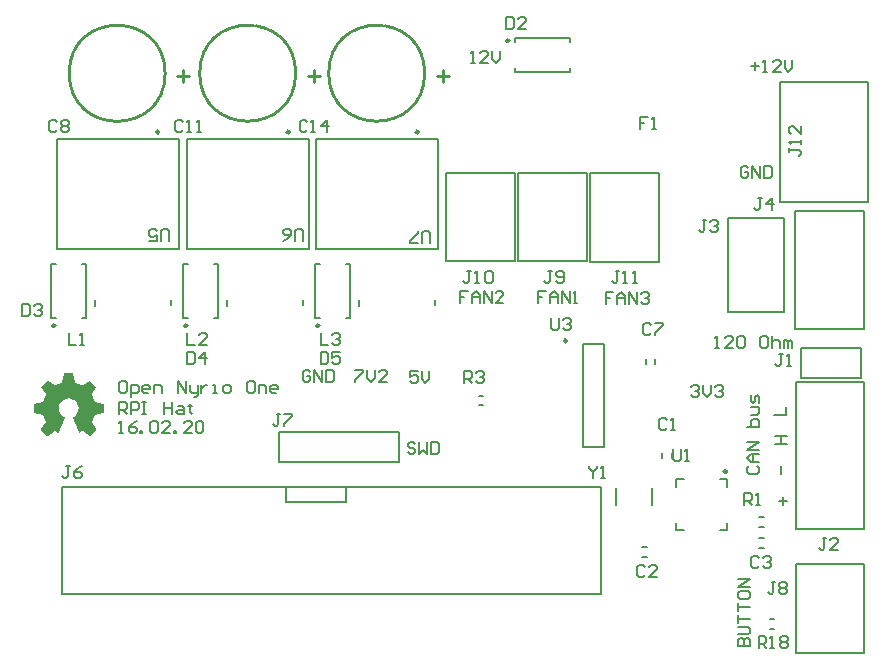
<source format=gto>
%FSLAX25Y25*%
%MOIN*%
G70*
G01*
G75*
G04 Layer_Color=65535*
%ADD10C,0.00787*%
%ADD11C,0.01575*%
%ADD12C,0.02756*%
%ADD13C,0.03150*%
%ADD14C,0.01969*%
%ADD15C,0.01181*%
%ADD16C,0.03937*%
%ADD17C,0.02362*%
%ADD18C,0.05906*%
%ADD19R,0.03937X0.03937*%
%ADD20O,0.08661X0.02362*%
%ADD21C,0.03937*%
%ADD22R,0.09449X0.06693*%
%ADD23R,0.15748X0.06299*%
%ADD24R,0.07874X0.05512*%
%ADD25R,0.05512X0.07874*%
%ADD26R,0.01181X0.02874*%
%ADD27R,0.02874X0.01181*%
%ADD28R,0.09843X0.09843*%
%ADD29C,0.05906*%
%ADD30R,0.05118X0.05118*%
%ADD31C,0.05118*%
%ADD32R,0.06890X0.06890*%
%ADD33C,0.06890*%
%ADD34C,0.06102*%
%ADD35R,0.06102X0.06102*%
%ADD36R,0.06102X0.06102*%
%ADD37R,0.06102X0.06000*%
%ADD38C,0.19685*%
%ADD39R,0.08071X0.08071*%
%ADD40C,0.08071*%
%ADD41C,0.02756*%
%ADD42C,0.02362*%
%ADD43R,0.10039X0.11614*%
%ADD44R,0.03937X0.03937*%
%ADD45R,0.08976X0.07480*%
%ADD46R,0.02362X0.05512*%
%ADD47R,0.08583X0.06378*%
%ADD48O,0.07008X0.02362*%
%ADD49R,0.07087X0.05906*%
%ADD50C,0.01000*%
%ADD51C,0.00984*%
%ADD52C,0.00591*%
G36*
X32079Y102903D02*
X32115Y102817D01*
X32112Y102816D01*
X32647Y100029D01*
X32682Y99943D01*
X32739Y99919D01*
X35074Y98952D01*
X35131Y98929D01*
X35217Y98964D01*
X35215Y98967D01*
X37564Y100560D01*
X37650Y100595D01*
X37765Y100548D01*
X37756Y100539D01*
X39773Y98539D01*
X39821Y98425D01*
X39785Y98339D01*
X39783Y98340D01*
X38190Y95991D01*
X38154Y95906D01*
X38178Y95848D01*
X39145Y93514D01*
X39169Y93457D01*
X39254Y93421D01*
X39255Y93424D01*
X42042Y92889D01*
X42128Y92854D01*
X42176Y92739D01*
X42164D01*
X42176Y89899D01*
Y89899D01*
X42128Y89784D01*
X42042Y89748D01*
X42042Y89751D01*
X39254Y89217D01*
X39169Y89181D01*
X39145Y89124D01*
X39145D01*
X38178Y86790D01*
X38154Y86732D01*
X38190Y86646D01*
X38192Y86648D01*
X39785Y84299D01*
X39821Y84213D01*
X39773Y84099D01*
X39765Y84107D01*
X37765Y82090D01*
X37650Y82042D01*
X37564Y82078D01*
X37566Y82081D01*
X35217Y83674D01*
X35131Y83709D01*
X35074Y83685D01*
X34005Y83243D01*
X33947Y83219D01*
X33833Y83266D01*
X33809Y83324D01*
X31841Y88144D01*
X31817Y88201D01*
X31865Y88316D01*
X31917Y88337D01*
X31918Y88335D01*
X32200Y88452D01*
X32886Y88978D01*
X33412Y89663D01*
X33742Y90462D01*
X33855Y91319D01*
X33742Y92176D01*
X33412Y92974D01*
X32886Y93660D01*
X32200Y94186D01*
X31401Y94517D01*
X30544Y94630D01*
X29688Y94517D01*
X28889Y94186D01*
X28203Y93660D01*
X27677Y92974D01*
X27346Y92176D01*
X27234Y91319D01*
X27346Y90462D01*
X27677Y89663D01*
X28203Y88978D01*
X28889Y88452D01*
X29171Y88335D01*
X29172Y88337D01*
X29224Y88316D01*
X29272Y88201D01*
X29248Y88144D01*
X27280Y83324D01*
X27256Y83266D01*
X27141Y83219D01*
X27084Y83243D01*
X26015Y83685D01*
X25958Y83709D01*
X25872Y83674D01*
X25874Y83671D01*
X23525Y82078D01*
X23439Y82042D01*
X23324Y82090D01*
X23333Y82099D01*
X21316Y84099D01*
X21268Y84213D01*
X21304Y84299D01*
X21306Y84297D01*
X22899Y86646D01*
X22935Y86732D01*
X22911Y86790D01*
X21944Y89124D01*
X21920Y89181D01*
X21834Y89217D01*
X21834Y89214D01*
X19046Y89748D01*
X18960Y89784D01*
X18913Y89899D01*
X18925D01*
X18913Y92739D01*
X18960Y92854D01*
X19046Y92889D01*
X19047Y92886D01*
X21834Y93421D01*
X21920Y93457D01*
X21944Y93514D01*
X21944D01*
X22911Y95848D01*
X22935Y95906D01*
X22899Y95991D01*
X22896Y95990D01*
X21304Y98339D01*
X21268Y98425D01*
X21316Y98539D01*
X21324Y98531D01*
X23324Y100548D01*
X23439Y100595D01*
X23525Y100560D01*
X23523Y100557D01*
X25872Y98964D01*
X25958Y98929D01*
X26015Y98952D01*
X28349Y99919D01*
X28407Y99943D01*
X28442Y100029D01*
X28439Y100030D01*
X28974Y102817D01*
X29009Y102903D01*
X29124Y102950D01*
X29124D01*
Y102938D01*
X31965Y102950D01*
X31965D01*
X32079Y102903D01*
D02*
G37*
D10*
X250291Y123378D02*
X268992D01*
X250291D02*
Y154677D01*
X268992D01*
Y123378D02*
Y154677D01*
X264300Y17900D02*
X265700D01*
X264300Y21100D02*
X265700D01*
X140500Y73500D02*
Y83500D01*
X100500Y73500D02*
X140500D01*
X100500D02*
Y83500D01*
X140500D01*
X167300Y92400D02*
X168700D01*
X167300Y95600D02*
X168700D01*
X201957Y78374D02*
Y112626D01*
X209043Y78374D02*
Y112626D01*
X201957D02*
X209043D01*
X201957Y78374D02*
X209043D01*
X222925Y106213D02*
Y107787D01*
X226075Y106213D02*
Y107787D01*
X224905Y59244D02*
Y64756D01*
X213094Y59244D02*
Y64756D01*
X260713Y48075D02*
X262287D01*
X260713Y44925D02*
X262287D01*
X221713Y41925D02*
X223287D01*
X221713Y45075D02*
X223287D01*
X127205Y125516D02*
Y127287D01*
X152795Y125713D02*
Y127484D01*
X83205Y125516D02*
Y127287D01*
X108795Y125713D02*
Y127484D01*
X39205Y125516D02*
Y127287D01*
X64795Y125713D02*
Y127484D01*
X272500Y117657D02*
Y157158D01*
X295500D01*
Y117657D02*
Y157158D01*
X272500Y117657D02*
X295500D01*
X231575Y74713D02*
Y76287D01*
X228425Y74713D02*
Y76287D01*
X260800Y55100D02*
X262200D01*
X260800Y51900D02*
X262200D01*
X123118Y60106D02*
Y64811D01*
X103118Y60106D02*
X123118D01*
X103118D02*
Y64811D01*
X28157Y29378D02*
Y65205D01*
X208079Y29378D02*
Y65205D01*
X28157Y29378D02*
X208079D01*
X28157Y65205D02*
X208079D01*
X197555Y203291D02*
Y204669D01*
X179445Y203291D02*
Y204669D01*
X197555Y213331D02*
Y214709D01*
X179445Y213331D02*
Y214709D01*
Y203291D02*
X197555D01*
X179445Y214709D02*
X197555D01*
X272839Y9815D02*
X295673D01*
X272839D02*
Y39342D01*
X295673D01*
Y9815D02*
Y39342D01*
X295779Y50972D02*
Y100185D01*
X272945D02*
X295779D01*
X272945Y50972D02*
Y100185D01*
Y50972D02*
X295779D01*
X34831Y139555D02*
X36209D01*
X34831Y121445D02*
X36209D01*
X24791Y139555D02*
X26169D01*
X24791Y121445D02*
X26169D01*
X36209D02*
Y139555D01*
X24791Y121445D02*
Y139555D01*
X78831D02*
X80209D01*
X78831Y121445D02*
X80209D01*
X68791Y139555D02*
X70169D01*
X68791Y121445D02*
X70169D01*
X80209D02*
Y139555D01*
X68791Y121445D02*
Y139555D01*
X122831D02*
X124209D01*
X122831Y121445D02*
X124209D01*
X112791Y139555D02*
X114169D01*
X112791Y121445D02*
X114169D01*
X124209D02*
Y139555D01*
X112791Y121445D02*
Y139555D01*
X26614Y181079D02*
X67165D01*
X26614Y144465D02*
Y181079D01*
Y144465D02*
X67165D01*
Y181079D01*
X70114D02*
X110665D01*
X70114Y144465D02*
Y181079D01*
Y144465D02*
X110665D01*
Y181079D01*
X113114D02*
X153665D01*
X113114Y144465D02*
Y181079D01*
Y144465D02*
X153665D01*
Y181079D01*
X267500Y160000D02*
X297000D01*
X267500Y200000D02*
X297000D01*
X267500Y160000D02*
Y200000D01*
X297000Y160000D02*
Y200000D01*
X204327Y169685D02*
X227161D01*
Y140157D02*
Y169685D01*
X204327Y140157D02*
X227161D01*
X204327D02*
Y169685D01*
X180327Y169843D02*
X203161D01*
Y140315D02*
Y169843D01*
X180327Y140315D02*
X203161D01*
X180327D02*
Y169843D01*
X156327D02*
X179161D01*
Y140315D02*
Y169843D01*
X156327Y140315D02*
X179161D01*
X156327D02*
Y169843D01*
X274500Y111500D02*
X294500D01*
X274500Y101500D02*
Y111500D01*
Y101500D02*
X294500D01*
Y111500D01*
D50*
X62693Y203000D02*
G03*
X62693Y203000I-16000J0D01*
G01*
X60685Y183441D02*
G03*
X60685Y183441I-500J0D01*
G01*
X104185D02*
G03*
X104185Y183441I-500J0D01*
G01*
X147185D02*
G03*
X147185Y183441I-500J0D01*
G01*
X106193Y203031D02*
G03*
X106193Y203031I-16000J0D01*
G01*
X149193D02*
G03*
X149193Y203031I-16000J0D01*
G01*
X70693Y202001D02*
X66694D01*
X68694Y200002D02*
Y204000D01*
X114193Y202032D02*
X110194D01*
X112194Y200033D02*
Y204032D01*
X157193Y202032D02*
X153194D01*
X155194Y200033D02*
Y204032D01*
D51*
X196543Y113847D02*
G03*
X196543Y113847I-492J0D01*
G01*
X177378Y213921D02*
G03*
X177378Y213921I-492J0D01*
G01*
X26071Y118886D02*
G03*
X26071Y118886I-492J0D01*
G01*
X70071D02*
G03*
X70071Y118886I-492J0D01*
G01*
X114071D02*
G03*
X114071Y118886I-492J0D01*
G01*
X249929Y70260D02*
G03*
X249929Y70260I-492J0D01*
G01*
D52*
X247567Y67701D02*
X250028D01*
Y65240D02*
Y67701D01*
Y50772D02*
Y53232D01*
X247567Y50772D02*
X250028D01*
X233098D02*
X235559D01*
X233098D02*
Y53232D01*
Y67701D02*
X235559D01*
X233098Y65240D02*
Y67701D01*
X47244Y83000D02*
X48556D01*
X47900D01*
Y86936D01*
X47244Y86280D01*
X53148Y86936D02*
X51836Y86280D01*
X50524Y84968D01*
Y83656D01*
X51180Y83000D01*
X52492D01*
X53148Y83656D01*
Y84312D01*
X52492Y84968D01*
X50524D01*
X54460Y83000D02*
Y83656D01*
X55116D01*
Y83000D01*
X54460D01*
X57739Y86280D02*
X58395Y86936D01*
X59707D01*
X60363Y86280D01*
Y83656D01*
X59707Y83000D01*
X58395D01*
X57739Y83656D01*
Y86280D01*
X64299Y83000D02*
X61675D01*
X64299Y85624D01*
Y86280D01*
X63643Y86936D01*
X62331D01*
X61675Y86280D01*
X65611Y83000D02*
Y83656D01*
X66267D01*
Y83000D01*
X65611D01*
X71514D02*
X68891D01*
X71514Y85624D01*
Y86280D01*
X70859Y86936D01*
X69547D01*
X68891Y86280D01*
X72826D02*
X73482Y86936D01*
X74794D01*
X75450Y86280D01*
Y83656D01*
X74794Y83000D01*
X73482D01*
X72826Y83656D01*
Y86280D01*
X47244Y89500D02*
Y93436D01*
X49212D01*
X49868Y92780D01*
Y91468D01*
X49212Y90812D01*
X47244D01*
X48556D02*
X49868Y89500D01*
X51180D02*
Y93436D01*
X53148D01*
X53804Y92780D01*
Y91468D01*
X53148Y90812D01*
X51180D01*
X55116Y93436D02*
X56428D01*
X55771D01*
Y89500D01*
X55116D01*
X56428D01*
X62331Y93436D02*
Y89500D01*
Y91468D01*
X64955D01*
Y93436D01*
Y89500D01*
X66923Y92124D02*
X68235D01*
X68891Y91468D01*
Y89500D01*
X66923D01*
X66267Y90156D01*
X66923Y90812D01*
X68891D01*
X70859Y92780D02*
Y92124D01*
X70203D01*
X71514D01*
X70859D01*
Y90156D01*
X71514Y89500D01*
X49212Y100436D02*
X47900D01*
X47244Y99780D01*
Y97156D01*
X47900Y96500D01*
X49212D01*
X49868Y97156D01*
Y99780D01*
X49212Y100436D01*
X51180Y95188D02*
Y99124D01*
X53148D01*
X53804Y98468D01*
Y97156D01*
X53148Y96500D01*
X51180D01*
X57083D02*
X55771D01*
X55116Y97156D01*
Y98468D01*
X55771Y99124D01*
X57083D01*
X57739Y98468D01*
Y97812D01*
X55116D01*
X59051Y96500D02*
Y99124D01*
X61019D01*
X61675Y98468D01*
Y96500D01*
X66923D02*
Y100436D01*
X69547Y96500D01*
Y100436D01*
X70859Y99124D02*
Y97156D01*
X71514Y96500D01*
X73482D01*
Y95844D01*
X72826Y95188D01*
X72170D01*
X73482Y96500D02*
Y99124D01*
X74794D02*
Y96500D01*
Y97812D01*
X75450Y98468D01*
X76106Y99124D01*
X76762D01*
X78730Y96500D02*
X80042D01*
X79386D01*
Y99124D01*
X78730D01*
X82666Y96500D02*
X83978D01*
X84634Y97156D01*
Y98468D01*
X83978Y99124D01*
X82666D01*
X82010Y98468D01*
Y97156D01*
X82666Y96500D01*
X91849Y100436D02*
X90537D01*
X89881Y99780D01*
Y97156D01*
X90537Y96500D01*
X91849D01*
X92505Y97156D01*
Y99780D01*
X91849Y100436D01*
X93817Y96500D02*
Y99124D01*
X95785D01*
X96441Y98468D01*
Y96500D01*
X99721D02*
X98409D01*
X97753Y97156D01*
Y98468D01*
X98409Y99124D01*
X99721D01*
X100377Y98468D01*
Y97812D01*
X97753D01*
X164500Y206500D02*
X165812D01*
X165156D01*
Y210436D01*
X164500Y209780D01*
X170404Y206500D02*
X167780D01*
X170404Y209124D01*
Y209780D01*
X169748Y210436D01*
X168436D01*
X167780Y209780D01*
X171715Y210436D02*
Y207812D01*
X173027Y206500D01*
X174339Y207812D01*
Y210436D01*
X253564Y12000D02*
X257500D01*
Y13968D01*
X256844Y14624D01*
X256188D01*
X255532Y13968D01*
Y12000D01*
Y13968D01*
X254876Y14624D01*
X254220D01*
X253564Y13968D01*
Y12000D01*
Y15936D02*
X256844D01*
X257500Y16592D01*
Y17904D01*
X256844Y18560D01*
X253564D01*
Y19872D02*
Y22495D01*
Y21183D01*
X257500D01*
X253564Y23807D02*
Y26431D01*
Y25119D01*
X257500D01*
X253564Y29711D02*
Y28399D01*
X254220Y27743D01*
X256844D01*
X257500Y28399D01*
Y29711D01*
X256844Y30367D01*
X254220D01*
X253564Y29711D01*
X257500Y31679D02*
X253564D01*
X257500Y34302D01*
X253564D01*
X257124Y171280D02*
X256468Y171936D01*
X255156D01*
X254500Y171280D01*
Y168656D01*
X255156Y168000D01*
X256468D01*
X257124Y168656D01*
Y169968D01*
X255812D01*
X258436Y168000D02*
Y171936D01*
X261060Y168000D01*
Y171936D01*
X262371D02*
Y168000D01*
X264339D01*
X264995Y168656D01*
Y171280D01*
X264339Y171936D01*
X262371D01*
X258000Y205468D02*
X260624D01*
X259312Y206780D02*
Y204156D01*
X261936Y203500D02*
X263248D01*
X262592D01*
Y207436D01*
X261936Y206780D01*
X267839Y203500D02*
X265215D01*
X267839Y206124D01*
Y206780D01*
X267183Y207436D01*
X265872D01*
X265215Y206780D01*
X269151Y207436D02*
Y204812D01*
X270463Y203500D01*
X271775Y204812D01*
Y207436D01*
X238000Y98280D02*
X238656Y98936D01*
X239968D01*
X240624Y98280D01*
Y97624D01*
X239968Y96968D01*
X239312D01*
X239968D01*
X240624Y96312D01*
Y95656D01*
X239968Y95000D01*
X238656D01*
X238000Y95656D01*
X241936Y98936D02*
Y96312D01*
X243248Y95000D01*
X244560Y96312D01*
Y98936D01*
X245871Y98280D02*
X246527Y98936D01*
X247839D01*
X248495Y98280D01*
Y97624D01*
X247839Y96968D01*
X247183D01*
X247839D01*
X248495Y96312D01*
Y95656D01*
X247839Y95000D01*
X246527D01*
X245871Y95656D01*
X246000Y111500D02*
X247312D01*
X246656D01*
Y115436D01*
X246000Y114780D01*
X251904Y111500D02*
X249280D01*
X251904Y114124D01*
Y114780D01*
X251248Y115436D01*
X249936D01*
X249280Y114780D01*
X253216D02*
X253871Y115436D01*
X255183D01*
X255839Y114780D01*
Y112156D01*
X255183Y111500D01*
X253871D01*
X253216Y112156D01*
Y114780D01*
X263055Y115436D02*
X261743D01*
X261087Y114780D01*
Y112156D01*
X261743Y111500D01*
X263055D01*
X263711Y112156D01*
Y114780D01*
X263055Y115436D01*
X265023D02*
Y111500D01*
Y113468D01*
X265679Y114124D01*
X266991D01*
X267647Y113468D01*
Y111500D01*
X268958D02*
Y114124D01*
X269614D01*
X270270Y113468D01*
Y111500D01*
Y113468D01*
X270926Y114124D01*
X271582Y113468D01*
Y111500D01*
X265564Y89000D02*
X269500D01*
Y91624D01*
X266064Y79500D02*
X270000D01*
X268032D01*
Y82124D01*
X266064D01*
X270000D01*
X268032Y69500D02*
Y72124D01*
X268532Y59000D02*
Y61624D01*
X267220Y60312D02*
X269844D01*
X257220Y72124D02*
X256564Y71468D01*
Y70156D01*
X257220Y69500D01*
X259844D01*
X260500Y70156D01*
Y71468D01*
X259844Y72124D01*
X260500Y73436D02*
X257876D01*
X256564Y74748D01*
X257876Y76060D01*
X260500D01*
X258532D01*
Y73436D01*
X260500Y77372D02*
X256564D01*
X260500Y79995D01*
X256564D01*
Y85243D02*
X260500D01*
Y87211D01*
X259844Y87867D01*
X259188D01*
X258532D01*
X257876Y87211D01*
Y85243D01*
Y89179D02*
X259844D01*
X260500Y89835D01*
Y91803D01*
X257876D01*
X260500Y93114D02*
Y95082D01*
X259844Y95738D01*
X259188Y95082D01*
Y93770D01*
X258532Y93114D01*
X257876Y93770D01*
Y95738D01*
X212124Y129936D02*
X209500D01*
Y127968D01*
X210812D01*
X209500D01*
Y126000D01*
X213436D02*
Y128624D01*
X214748Y129936D01*
X216060Y128624D01*
Y126000D01*
Y127968D01*
X213436D01*
X217372Y126000D02*
Y129936D01*
X219995Y126000D01*
Y129936D01*
X221307Y129280D02*
X221963Y129936D01*
X223275D01*
X223931Y129280D01*
Y128624D01*
X223275Y127968D01*
X222619D01*
X223275D01*
X223931Y127312D01*
Y126656D01*
X223275Y126000D01*
X221963D01*
X221307Y126656D01*
X163624Y130436D02*
X161000D01*
Y128468D01*
X162312D01*
X161000D01*
Y126500D01*
X164936D02*
Y129124D01*
X166248Y130436D01*
X167560Y129124D01*
Y126500D01*
Y128468D01*
X164936D01*
X168871Y126500D02*
Y130436D01*
X171495Y126500D01*
Y130436D01*
X175431Y126500D02*
X172807D01*
X175431Y129124D01*
Y129780D01*
X174775Y130436D01*
X173463D01*
X172807Y129780D01*
X189624Y130436D02*
X187000D01*
Y128468D01*
X188312D01*
X187000D01*
Y126500D01*
X190936D02*
Y129124D01*
X192248Y130436D01*
X193560Y129124D01*
Y126500D01*
Y128468D01*
X190936D01*
X194871Y126500D02*
Y130436D01*
X197495Y126500D01*
Y130436D01*
X198807Y126500D02*
X200119D01*
X199463D01*
Y130436D01*
X198807Y129780D01*
X146124Y79280D02*
X145468Y79936D01*
X144156D01*
X143500Y79280D01*
Y78624D01*
X144156Y77968D01*
X145468D01*
X146124Y77312D01*
Y76656D01*
X145468Y76000D01*
X144156D01*
X143500Y76656D01*
X147436Y79936D02*
Y76000D01*
X148748Y77312D01*
X150060Y76000D01*
Y79936D01*
X151372D02*
Y76000D01*
X153339D01*
X153995Y76656D01*
Y79280D01*
X153339Y79936D01*
X151372D01*
X146824Y103836D02*
X144200D01*
Y101868D01*
X145512Y102524D01*
X146168D01*
X146824Y101868D01*
Y100556D01*
X146168Y99900D01*
X144856D01*
X144200Y100556D01*
X148136Y103836D02*
Y101212D01*
X149448Y99900D01*
X150760Y101212D01*
Y103836D01*
X126000Y103936D02*
X128624D01*
Y103280D01*
X126000Y100656D01*
Y100000D01*
X129936Y103936D02*
Y101312D01*
X131248Y100000D01*
X132560Y101312D01*
Y103936D01*
X136495Y100000D02*
X133871D01*
X136495Y102624D01*
Y103280D01*
X135839Y103936D01*
X134527D01*
X133871Y103280D01*
X260667Y41280D02*
X260011Y41936D01*
X258699D01*
X258043Y41280D01*
Y38656D01*
X258699Y38000D01*
X260011D01*
X260667Y38656D01*
X261979Y41280D02*
X262635Y41936D01*
X263947D01*
X264603Y41280D01*
Y40624D01*
X263947Y39968D01*
X263291D01*
X263947D01*
X264603Y39312D01*
Y38656D01*
X263947Y38000D01*
X262635D01*
X261979Y38656D01*
X230075Y87525D02*
X229419Y88181D01*
X228107D01*
X227451Y87525D01*
Y84901D01*
X228107Y84245D01*
X229419D01*
X230075Y84901D01*
X231387Y84245D02*
X232699D01*
X232043D01*
Y88181D01*
X231387Y87525D01*
X222624Y38280D02*
X221968Y38936D01*
X220656D01*
X220000Y38280D01*
Y35656D01*
X220656Y35000D01*
X221968D01*
X222624Y35656D01*
X226560Y35000D02*
X223936D01*
X226560Y37624D01*
Y38280D01*
X225904Y38936D01*
X224592D01*
X223936Y38280D01*
X224575Y119068D02*
X223919Y119724D01*
X222607D01*
X221951Y119068D01*
Y116444D01*
X222607Y115788D01*
X223919D01*
X224575Y116444D01*
X225887Y119724D02*
X228511D01*
Y119068D01*
X225887Y116444D01*
Y115788D01*
X26624Y186780D02*
X25968Y187436D01*
X24656D01*
X24000Y186780D01*
Y184156D01*
X24656Y183500D01*
X25968D01*
X26624Y184156D01*
X27936Y186780D02*
X28592Y187436D01*
X29904D01*
X30560Y186780D01*
Y186124D01*
X29904Y185468D01*
X30560Y184812D01*
Y184156D01*
X29904Y183500D01*
X28592D01*
X27936Y184156D01*
Y184812D01*
X28592Y185468D01*
X27936Y186124D01*
Y186780D01*
X28592Y185468D02*
X29904D01*
X68624Y186780D02*
X67968Y187436D01*
X66656D01*
X66000Y186780D01*
Y184156D01*
X66656Y183500D01*
X67968D01*
X68624Y184156D01*
X69936Y183500D02*
X71248D01*
X70592D01*
Y187436D01*
X69936Y186780D01*
X73216Y183500D02*
X74527D01*
X73871D01*
Y187436D01*
X73216Y186780D01*
X110124D02*
X109468Y187436D01*
X108156D01*
X107500Y186780D01*
Y184156D01*
X108156Y183500D01*
X109468D01*
X110124Y184156D01*
X111436Y183500D02*
X112748D01*
X112092D01*
Y187436D01*
X111436Y186780D01*
X116683Y183500D02*
Y187436D01*
X114716Y185468D01*
X117339D01*
X176451Y221780D02*
Y217845D01*
X178419D01*
X179075Y218501D01*
Y221125D01*
X178419Y221780D01*
X176451D01*
X183011Y217845D02*
X180387D01*
X183011Y220469D01*
Y221125D01*
X182355Y221780D01*
X181043D01*
X180387Y221125D01*
X15000Y125936D02*
Y122000D01*
X16968D01*
X17624Y122656D01*
Y125280D01*
X16968Y125936D01*
X15000D01*
X18936Y125280D02*
X19592Y125936D01*
X20904D01*
X21560Y125280D01*
Y124624D01*
X20904Y123968D01*
X20248D01*
X20904D01*
X21560Y123312D01*
Y122656D01*
X20904Y122000D01*
X19592D01*
X18936Y122656D01*
X70000Y109936D02*
Y106000D01*
X71968D01*
X72624Y106656D01*
Y109280D01*
X71968Y109936D01*
X70000D01*
X75904Y106000D02*
Y109936D01*
X73936Y107968D01*
X76560D01*
X114500Y109936D02*
Y106000D01*
X116468D01*
X117124Y106656D01*
Y109280D01*
X116468Y109936D01*
X114500D01*
X121060D02*
X118436D01*
Y107968D01*
X119748Y108624D01*
X120404D01*
X121060Y107968D01*
Y106656D01*
X120404Y106000D01*
X119092D01*
X118436Y106656D01*
X223624Y188436D02*
X221000D01*
Y186468D01*
X222312D01*
X221000D01*
Y184500D01*
X224936D02*
X226248D01*
X225592D01*
Y188436D01*
X224936Y187780D01*
X111124Y103280D02*
X110468Y103936D01*
X109156D01*
X108500Y103280D01*
Y100656D01*
X109156Y100000D01*
X110468D01*
X111124Y100656D01*
Y101968D01*
X109812D01*
X112436Y100000D02*
Y103936D01*
X115060Y100000D01*
Y103936D01*
X116372D02*
Y100000D01*
X118339D01*
X118995Y100656D01*
Y103280D01*
X118339Y103936D01*
X116372D01*
X268624Y109436D02*
X267312D01*
X267968D01*
Y106156D01*
X267312Y105500D01*
X266656D01*
X266000Y106156D01*
X269936Y105500D02*
X271248D01*
X270592D01*
Y109436D01*
X269936Y108780D01*
X283124Y47936D02*
X281812D01*
X282468D01*
Y44656D01*
X281812Y44000D01*
X281156D01*
X280500Y44656D01*
X287060Y44000D02*
X284436D01*
X287060Y46624D01*
Y47280D01*
X286404Y47936D01*
X285092D01*
X284436Y47280D01*
X243124Y153936D02*
X241812D01*
X242468D01*
Y150656D01*
X241812Y150000D01*
X241156D01*
X240500Y150656D01*
X244436Y153280D02*
X245092Y153936D01*
X246404D01*
X247060Y153280D01*
Y152624D01*
X246404Y151968D01*
X245748D01*
X246404D01*
X247060Y151312D01*
Y150656D01*
X246404Y150000D01*
X245092D01*
X244436Y150656D01*
X261624Y161436D02*
X260312D01*
X260968D01*
Y158156D01*
X260312Y157500D01*
X259656D01*
X259000Y158156D01*
X264904Y157500D02*
Y161436D01*
X262936Y159468D01*
X265560D01*
X191624Y136936D02*
X190312D01*
X190968D01*
Y133656D01*
X190312Y133000D01*
X189656D01*
X189000Y133656D01*
X192936D02*
X193592Y133000D01*
X194904D01*
X195560Y133656D01*
Y136280D01*
X194904Y136936D01*
X193592D01*
X192936Y136280D01*
Y135624D01*
X193592Y134968D01*
X195560D01*
X214124Y136936D02*
X212812D01*
X213468D01*
Y133656D01*
X212812Y133000D01*
X212156D01*
X211500Y133656D01*
X215436Y133000D02*
X216748D01*
X216092D01*
Y136936D01*
X215436Y136280D01*
X218716Y133000D02*
X220027D01*
X219372D01*
Y136936D01*
X218716Y136280D01*
X30975Y72080D02*
X29663D01*
X30319D01*
Y68801D01*
X29663Y68145D01*
X29007D01*
X28351Y68801D01*
X34911Y72080D02*
X33599Y71425D01*
X32287Y70113D01*
Y68801D01*
X32943Y68145D01*
X34255D01*
X34911Y68801D01*
Y69457D01*
X34255Y70113D01*
X32287D01*
X266124Y33436D02*
X264812D01*
X265468D01*
Y30156D01*
X264812Y29500D01*
X264156D01*
X263500Y30156D01*
X267436Y32780D02*
X268092Y33436D01*
X269404D01*
X270060Y32780D01*
Y32124D01*
X269404Y31468D01*
X270060Y30812D01*
Y30156D01*
X269404Y29500D01*
X268092D01*
X267436Y30156D01*
Y30812D01*
X268092Y31468D01*
X267436Y32124D01*
Y32780D01*
X268092Y31468D02*
X269404D01*
X270564Y178124D02*
Y176812D01*
Y177468D01*
X273844D01*
X274500Y176812D01*
Y176156D01*
X273844Y175500D01*
X274500Y179436D02*
Y180748D01*
Y180092D01*
X270564D01*
X271220Y179436D01*
X274500Y185339D02*
Y182715D01*
X271876Y185339D01*
X271220D01*
X270564Y184683D01*
Y183371D01*
X271220Y182715D01*
X30500Y116436D02*
Y112500D01*
X33124D01*
X34436D02*
X35748D01*
X35092D01*
Y116436D01*
X34436Y115780D01*
X70000Y116436D02*
Y112500D01*
X72624D01*
X76560D02*
X73936D01*
X76560Y115124D01*
Y115780D01*
X75904Y116436D01*
X74592D01*
X73936Y115780D01*
X114500Y116436D02*
Y112500D01*
X117124D01*
X118436Y115780D02*
X119092Y116436D01*
X120404D01*
X121060Y115780D01*
Y115124D01*
X120404Y114468D01*
X119748D01*
X120404D01*
X121060Y113812D01*
Y113156D01*
X120404Y112500D01*
X119092D01*
X118436Y113156D01*
X255800Y59200D02*
Y63136D01*
X257768D01*
X258424Y62480D01*
Y61168D01*
X257768Y60512D01*
X255800D01*
X257112D02*
X258424Y59200D01*
X259736D02*
X261048D01*
X260392D01*
Y63136D01*
X259736Y62480D01*
X162251Y99745D02*
Y103681D01*
X164219D01*
X164875Y103025D01*
Y101713D01*
X164219Y101057D01*
X162251D01*
X163563D02*
X164875Y99745D01*
X166187Y103025D02*
X166843Y103681D01*
X168155D01*
X168811Y103025D01*
Y102369D01*
X168155Y101713D01*
X167499D01*
X168155D01*
X168811Y101057D01*
Y100401D01*
X168155Y99745D01*
X166843D01*
X166187Y100401D01*
X260500Y11500D02*
Y15436D01*
X262468D01*
X263124Y14780D01*
Y13468D01*
X262468Y12812D01*
X260500D01*
X261812D02*
X263124Y11500D01*
X264436D02*
X265748D01*
X265092D01*
Y15436D01*
X264436Y14780D01*
X267716D02*
X268372Y15436D01*
X269683D01*
X270339Y14780D01*
Y14124D01*
X269683Y13468D01*
X270339Y12812D01*
Y12156D01*
X269683Y11500D01*
X268372D01*
X267716Y12156D01*
Y12812D01*
X268372Y13468D01*
X267716Y14124D01*
Y14780D01*
X268372Y13468D02*
X269683D01*
X231950Y77780D02*
Y74500D01*
X232606Y73844D01*
X233918D01*
X234574Y74500D01*
Y77780D01*
X235886Y73844D02*
X237198D01*
X236542D01*
Y77780D01*
X235886Y77124D01*
X191251Y121380D02*
Y118101D01*
X191907Y117445D01*
X193219D01*
X193875Y118101D01*
Y121380D01*
X195187Y120725D02*
X195843Y121380D01*
X197155D01*
X197811Y120725D01*
Y120069D01*
X197155Y119413D01*
X196499D01*
X197155D01*
X197811Y118757D01*
Y118101D01*
X197155Y117445D01*
X195843D01*
X195187Y118101D01*
X63886Y147064D02*
Y150344D01*
X63230Y151000D01*
X61918D01*
X61262Y150344D01*
Y147064D01*
X57326D02*
X59950D01*
Y149032D01*
X58638Y148376D01*
X57982D01*
X57326Y149032D01*
Y150344D01*
X57982Y151000D01*
X59294D01*
X59950Y150344D01*
X108500Y147064D02*
Y150344D01*
X107844Y151000D01*
X106532D01*
X105876Y150344D01*
Y147064D01*
X101940D02*
X103252Y147720D01*
X104564Y149032D01*
Y150344D01*
X103908Y151000D01*
X102596D01*
X101940Y150344D01*
Y149688D01*
X102596Y149032D01*
X104564D01*
X151000Y146564D02*
Y149844D01*
X150344Y150500D01*
X149032D01*
X148376Y149844D01*
Y146564D01*
X147064D02*
X144440D01*
Y147220D01*
X147064Y149844D01*
Y150500D01*
X204000Y71936D02*
Y71280D01*
X205312Y69968D01*
X206624Y71280D01*
Y71936D01*
X205312Y69968D02*
Y68000D01*
X207936D02*
X209248D01*
X208592D01*
Y71936D01*
X207936Y71280D01*
X101124Y89436D02*
X99812D01*
X100468D01*
Y86156D01*
X99812Y85500D01*
X99156D01*
X98500Y86156D01*
X102436Y89436D02*
X105060D01*
Y88780D01*
X102436Y86156D01*
Y85500D01*
X164703Y137118D02*
X163391D01*
X164047D01*
Y133838D01*
X163391Y133182D01*
X162735D01*
X162079Y133838D01*
X166015Y133182D02*
X167326D01*
X166671D01*
Y137118D01*
X166015Y136462D01*
X169294D02*
X169950Y137118D01*
X171262D01*
X171918Y136462D01*
Y133838D01*
X171262Y133182D01*
X169950D01*
X169294Y133838D01*
Y136462D01*
M02*

</source>
